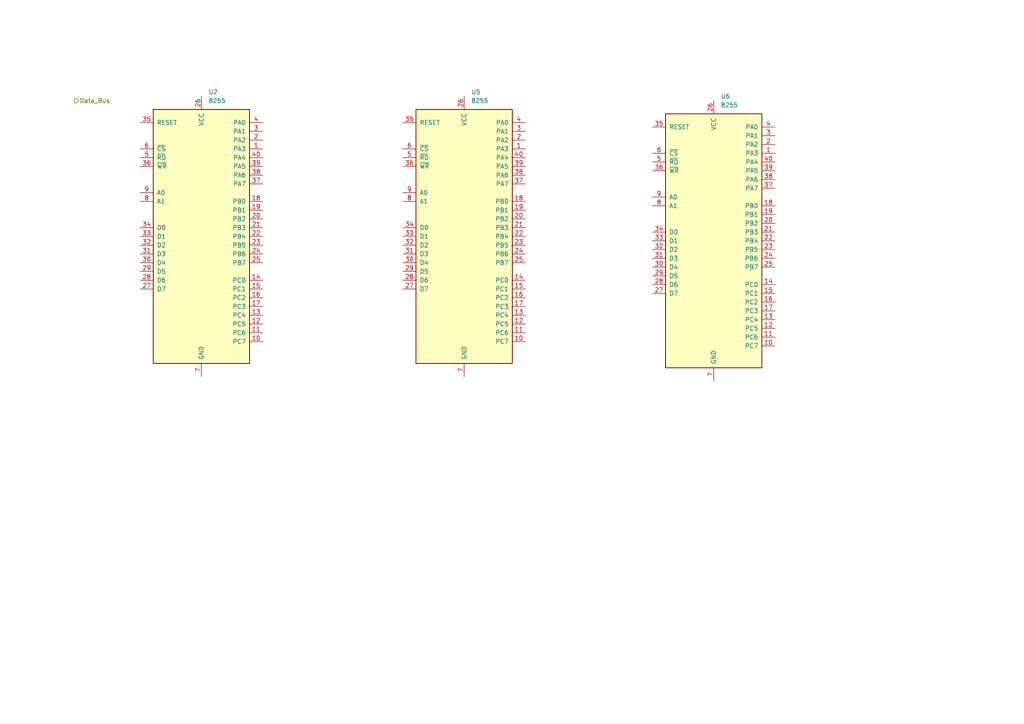
<source format=kicad_sch>
(kicad_sch (version 20211123) (generator eeschema)
  (paper "A4")
  (lib_symbols
    (symbol "Interface:8255" (pin_names (offset 1.016))
      (property "Reference" "U" (at -13.97 38.1 0))
      (property "Value" "8255" (at 8.89 38.1 0))
      (symbol "8255_1_1"
        (rectangle (start -13.97 -36.83) (end 13.97 36.83) (stroke (width 0.254)) (fill (type background)))
        (pin bidirectional line (at 17.78 25.4 180) (length 3.81) (name "PA3") (number "1"))
        (pin bidirectional line (at 17.78 -30.48 180) (length 3.81) (name "PC7") (number "10"))
        (pin bidirectional line (at 17.78 -27.94 180) (length 3.81) (name "PC6") (number "11"))
        (pin bidirectional line (at 17.78 -25.4 180) (length 3.81) (name "PC5") (number "12"))
        (pin bidirectional line (at 17.78 -22.86 180) (length 3.81) (name "PC4") (number "13"))
        (pin bidirectional line (at 17.78 -12.7 180) (length 3.81) (name "PC0") (number "14"))
        (pin bidirectional line (at 17.78 -15.24 180) (length 3.81) (name "PC1") (number "15"))
        (pin bidirectional line (at 17.78 -17.78 180) (length 3.81) (name "PC2") (number "16"))
        (pin bidirectional line (at 17.78 -20.32 180) (length 3.81) (name "PC3") (number "17"))
        (pin bidirectional line (at 17.78 10.16 180) (length 3.81) (name "PB0") (number "18"))
        (pin bidirectional line (at 17.78 7.62 180) (length 3.81) (name "PB1") (number "19"))
        (pin bidirectional line (at 17.78 27.94 180) (length 3.81) (name "PA2") (number "2"))
        (pin bidirectional line (at 17.78 5.08 180) (length 3.81) (name "PB2") (number "20"))
        (pin bidirectional line (at 17.78 2.54 180) (length 3.81) (name "PB3") (number "21"))
        (pin bidirectional line (at 17.78 0 180) (length 3.81) (name "PB4") (number "22"))
        (pin bidirectional line (at 17.78 -2.54 180) (length 3.81) (name "PB5") (number "23"))
        (pin bidirectional line (at 17.78 -5.08 180) (length 3.81) (name "PB6") (number "24"))
        (pin bidirectional line (at 17.78 -7.62 180) (length 3.81) (name "PB7") (number "25"))
        (pin power_in line (at 0 40.64 270) (length 3.81) (name "VCC") (number "26"))
        (pin bidirectional line (at -17.78 -15.24 0) (length 3.81) (name "D7") (number "27"))
        (pin bidirectional line (at -17.78 -12.7 0) (length 3.81) (name "D6") (number "28"))
        (pin bidirectional line (at -17.78 -10.16 0) (length 3.81) (name "D5") (number "29"))
        (pin bidirectional line (at 17.78 30.48 180) (length 3.81) (name "PA1") (number "3"))
        (pin bidirectional line (at -17.78 -7.62 0) (length 3.81) (name "D4") (number "30"))
        (pin bidirectional line (at -17.78 -5.08 0) (length 3.81) (name "D3") (number "31"))
        (pin bidirectional line (at -17.78 -2.54 0) (length 3.81) (name "D2") (number "32"))
        (pin bidirectional line (at -17.78 0 0) (length 3.81) (name "D1") (number "33"))
        (pin bidirectional line (at -17.78 2.54 0) (length 3.81) (name "D0") (number "34"))
        (pin input line (at -17.78 33.02 0) (length 3.81) (name "RESET") (number "35"))
        (pin input line (at -17.78 20.32 0) (length 3.81) (name "~{WR}") (number "36"))
        (pin bidirectional line (at 17.78 15.24 180) (length 3.81) (name "PA7") (number "37"))
        (pin bidirectional line (at 17.78 17.78 180) (length 3.81) (name "PA6") (number "38"))
        (pin bidirectional line (at 17.78 20.32 180) (length 3.81) (name "PA5") (number "39"))
        (pin bidirectional line (at 17.78 33.02 180) (length 3.81) (name "PA0") (number "4"))
        (pin bidirectional line (at 17.78 22.86 180) (length 3.81) (name "PA4") (number "40"))
        (pin input line (at -17.78 22.86 0) (length 3.81) (name "~{RD}") (number "5"))
        (pin input line (at -17.78 25.4 0) (length 3.81) (name "~{CS}") (number "6"))
        (pin power_in line (at 0 -40.64 90) (length 3.81) (name "GND") (number "7"))
        (pin input line (at -17.78 10.16 0) (length 3.81) (name "A1") (number "8"))
        (pin input line (at -17.78 12.7 0) (length 3.81) (name "A0") (number "9"))
      )
    )
  )
  (hierarchical_label "Data_Bus" (shape output) (at 21.59 29.21 0))
  (symbol (lib_id "Interface:8255") (at 58.42 68.58 0) (unit 1)
    (property "Reference" "U2" (at 60.4394 26.67 0) (effects (justify left)))
    (property "Value" "8255" (at 60.4394 29.21 0) (effects (justify left)))
    (property "Footprint" "Package_DIP:DIP-40_W15.24mm" (effects hide))
    (property "Datasheet" "http://aturing.umcs.maine.edu/~meadow/courses/cos335/Intel8255A.pdf" (effects hide))
  )
  (symbol (lib_id "Interface:8255") (at 207.01 69.85 0) (unit 1)
    (property "Reference" "U6" (at 209.0294 27.94 0) (effects (justify left)))
    (property "Value" "8255" (at 209.0294 30.48 0) (effects (justify left)))
    (property "Footprint" "Package_DIP:DIP-40_W15.24mm" (effects hide))
    (property "Datasheet" "http://aturing.umcs.maine.edu/~meadow/courses/cos335/Intel8255A.pdf" (effects hide))
  )
  (symbol (lib_id "Interface:8255") (at 134.62 68.58 0) (unit 1)
    (property "Reference" "U5" (at 136.6394 26.67 0) (effects (justify left)))
    (property "Value" "8255" (at 136.6394 29.21 0) (effects (justify left)))
    (property "Footprint" "Package_DIP:DIP-40_W15.24mm" (effects hide))
    (property "Datasheet" "http://aturing.umcs.maine.edu/~meadow/courses/cos335/Intel8255A.pdf" (effects hide))
  )
)
</source>
